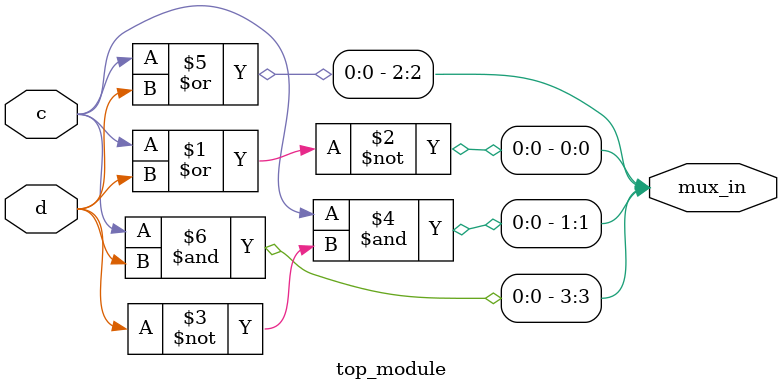
<source format=sv>
module top_module (
    input c,
    input d,
    output [3:0] mux_in
);

    assign mux_in[0] = ~(c | d);
    assign mux_in[1] = c & ~d;
    assign mux_in[2] = c | d;
    assign mux_in[3] = c & d;

endmodule

</source>
